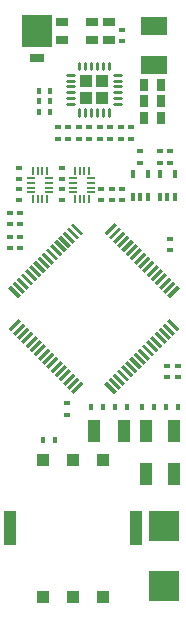
<source format=gbp>
G75*
%MOIN*%
%OFA0B0*%
%FSLAX25Y25*%
%IPPOS*%
%LPD*%
%AMOC8*
5,1,8,0,0,1.08239X$1,22.5*
%
%ADD10R,0.02400X0.01800*%
%ADD11R,0.03937X0.04331*%
%ADD12R,0.03937X0.11811*%
%ADD13R,0.09843X0.10039*%
%ADD14R,0.01181X0.02953*%
%ADD15R,0.01800X0.02400*%
%ADD16R,0.02559X0.00787*%
%ADD17R,0.00787X0.02559*%
%ADD18R,0.02953X0.00787*%
%ADD19R,0.04331X0.07480*%
%ADD20R,0.01181X0.04724*%
%ADD21C,0.00906*%
%ADD22R,0.04331X0.04331*%
%ADD23R,0.10000X0.10500*%
%ADD24R,0.05000X0.03000*%
%ADD25R,0.09055X0.06496*%
%ADD26R,0.04100X0.02800*%
%ADD27R,0.02800X0.04100*%
D10*
X0344510Y0124600D03*
X0348010Y0124600D03*
X0348010Y0128400D03*
X0344510Y0128400D03*
X0344510Y0132600D03*
X0348010Y0132600D03*
X0348010Y0136400D03*
X0344510Y0136400D03*
X0347510Y0140600D03*
X0347510Y0144400D03*
X0347510Y0147600D03*
X0347510Y0151400D03*
X0362010Y0151400D03*
X0362010Y0147600D03*
X0362010Y0144400D03*
X0362010Y0140600D03*
X0374910Y0140600D03*
X0378410Y0140600D03*
X0381910Y0140600D03*
X0381910Y0144400D03*
X0378410Y0144400D03*
X0374910Y0144400D03*
X0388010Y0153100D03*
X0394510Y0153100D03*
X0398010Y0153100D03*
X0398010Y0156900D03*
X0394510Y0156900D03*
X0388010Y0156900D03*
X0385010Y0161100D03*
X0381510Y0161100D03*
X0378010Y0161100D03*
X0374510Y0161100D03*
X0371010Y0161100D03*
X0367510Y0161100D03*
X0364010Y0161100D03*
X0360510Y0161100D03*
X0360510Y0164900D03*
X0364010Y0164900D03*
X0367510Y0164900D03*
X0371010Y0164900D03*
X0374510Y0164900D03*
X0378010Y0164900D03*
X0381510Y0164900D03*
X0385010Y0164900D03*
X0382010Y0193600D03*
X0382010Y0197400D03*
X0397810Y0127700D03*
X0397810Y0123900D03*
X0397010Y0085400D03*
X0400510Y0085400D03*
X0400510Y0081600D03*
X0397010Y0081600D03*
X0363510Y0072900D03*
X0363510Y0069100D03*
D11*
X0365510Y0054035D03*
X0375510Y0054035D03*
X0355510Y0054035D03*
X0355510Y0008365D03*
X0365510Y0008365D03*
X0375510Y0008365D03*
D12*
X0344644Y0031200D03*
X0386376Y0031200D03*
D13*
X0396010Y0031841D03*
X0396010Y0011959D03*
D14*
X0397010Y0141760D03*
X0399569Y0141760D03*
X0394451Y0141760D03*
X0390569Y0141760D03*
X0388010Y0141760D03*
X0385451Y0141760D03*
X0385451Y0149240D03*
X0390569Y0149240D03*
X0394451Y0149240D03*
X0399569Y0149240D03*
D15*
X0357910Y0170000D03*
X0357910Y0173500D03*
X0354110Y0173500D03*
X0354110Y0170000D03*
X0354110Y0177000D03*
X0357910Y0177000D03*
X0371610Y0071500D03*
X0375410Y0071500D03*
X0379610Y0071500D03*
X0383410Y0071500D03*
X0388610Y0071500D03*
X0392410Y0071500D03*
X0396610Y0071500D03*
X0400410Y0071500D03*
X0359410Y0060500D03*
X0355610Y0060500D03*
D16*
X0357581Y0143138D03*
X0357581Y0144713D03*
X0357581Y0146287D03*
X0357581Y0147862D03*
X0351439Y0146287D03*
X0351439Y0144713D03*
X0351439Y0143138D03*
X0365439Y0143138D03*
X0365439Y0144713D03*
X0365439Y0146287D03*
X0371581Y0146287D03*
X0371581Y0144713D03*
X0371581Y0143138D03*
X0371581Y0147862D03*
D17*
X0370872Y0150146D03*
X0369297Y0150146D03*
X0367722Y0150146D03*
X0366148Y0150146D03*
X0356872Y0150146D03*
X0355297Y0150146D03*
X0353722Y0150146D03*
X0352148Y0150146D03*
X0352148Y0140854D03*
X0353722Y0140854D03*
X0355297Y0140854D03*
X0356872Y0140854D03*
X0366148Y0140854D03*
X0367722Y0140854D03*
X0369297Y0140854D03*
X0370872Y0140854D03*
D18*
X0365636Y0147862D03*
X0351636Y0147862D03*
D19*
X0372589Y0063500D03*
X0382431Y0063500D03*
X0389982Y0063783D03*
X0399037Y0063783D03*
X0399037Y0049217D03*
X0389982Y0049217D03*
D20*
G36*
X0375991Y0079305D02*
X0376826Y0080140D01*
X0380165Y0076801D01*
X0379330Y0075966D01*
X0375991Y0079305D01*
G37*
G36*
X0377383Y0080697D02*
X0378218Y0081532D01*
X0381557Y0078193D01*
X0380722Y0077358D01*
X0377383Y0080697D01*
G37*
G36*
X0378775Y0082089D02*
X0379610Y0082924D01*
X0382949Y0079585D01*
X0382114Y0078750D01*
X0378775Y0082089D01*
G37*
G36*
X0380166Y0083481D02*
X0381001Y0084316D01*
X0384340Y0080977D01*
X0383505Y0080142D01*
X0380166Y0083481D01*
G37*
G36*
X0381558Y0084873D02*
X0382393Y0085708D01*
X0385732Y0082369D01*
X0384897Y0081534D01*
X0381558Y0084873D01*
G37*
G36*
X0382950Y0086265D02*
X0383785Y0087100D01*
X0387124Y0083761D01*
X0386289Y0082926D01*
X0382950Y0086265D01*
G37*
G36*
X0384342Y0087657D02*
X0385177Y0088492D01*
X0388516Y0085153D01*
X0387681Y0084318D01*
X0384342Y0087657D01*
G37*
G36*
X0385734Y0089049D02*
X0386569Y0089884D01*
X0389908Y0086545D01*
X0389073Y0085710D01*
X0385734Y0089049D01*
G37*
G36*
X0387126Y0090441D02*
X0387961Y0091276D01*
X0391300Y0087937D01*
X0390465Y0087102D01*
X0387126Y0090441D01*
G37*
G36*
X0388518Y0091833D02*
X0389353Y0092668D01*
X0392692Y0089329D01*
X0391857Y0088494D01*
X0388518Y0091833D01*
G37*
G36*
X0389910Y0093225D02*
X0390745Y0094060D01*
X0394084Y0090721D01*
X0393249Y0089886D01*
X0389910Y0093225D01*
G37*
G36*
X0391302Y0094616D02*
X0392137Y0095451D01*
X0395476Y0092112D01*
X0394641Y0091277D01*
X0391302Y0094616D01*
G37*
G36*
X0392694Y0096008D02*
X0393529Y0096843D01*
X0396868Y0093504D01*
X0396033Y0092669D01*
X0392694Y0096008D01*
G37*
G36*
X0394086Y0097400D02*
X0394921Y0098235D01*
X0398260Y0094896D01*
X0397425Y0094061D01*
X0394086Y0097400D01*
G37*
G36*
X0395478Y0098792D02*
X0396313Y0099627D01*
X0399652Y0096288D01*
X0398817Y0095453D01*
X0395478Y0098792D01*
G37*
G36*
X0396870Y0100184D02*
X0397705Y0101019D01*
X0401044Y0097680D01*
X0400209Y0096845D01*
X0396870Y0100184D01*
G37*
G36*
X0397705Y0107981D02*
X0396870Y0108816D01*
X0400209Y0112155D01*
X0401044Y0111320D01*
X0397705Y0107981D01*
G37*
G36*
X0398817Y0113547D02*
X0399652Y0112712D01*
X0396313Y0109373D01*
X0395478Y0110208D01*
X0398817Y0113547D01*
G37*
G36*
X0397425Y0114939D02*
X0398260Y0114104D01*
X0394921Y0110765D01*
X0394086Y0111600D01*
X0397425Y0114939D01*
G37*
G36*
X0396033Y0116331D02*
X0396868Y0115496D01*
X0393529Y0112157D01*
X0392694Y0112992D01*
X0396033Y0116331D01*
G37*
G36*
X0394641Y0117723D02*
X0395476Y0116888D01*
X0392137Y0113549D01*
X0391302Y0114384D01*
X0394641Y0117723D01*
G37*
G36*
X0393249Y0119114D02*
X0394084Y0118279D01*
X0390745Y0114940D01*
X0389910Y0115775D01*
X0393249Y0119114D01*
G37*
G36*
X0391857Y0120506D02*
X0392692Y0119671D01*
X0389353Y0116332D01*
X0388518Y0117167D01*
X0391857Y0120506D01*
G37*
G36*
X0390465Y0121898D02*
X0391300Y0121063D01*
X0387961Y0117724D01*
X0387126Y0118559D01*
X0390465Y0121898D01*
G37*
G36*
X0389073Y0123290D02*
X0389908Y0122455D01*
X0386569Y0119116D01*
X0385734Y0119951D01*
X0389073Y0123290D01*
G37*
G36*
X0387681Y0124682D02*
X0388516Y0123847D01*
X0385177Y0120508D01*
X0384342Y0121343D01*
X0387681Y0124682D01*
G37*
G36*
X0386289Y0126074D02*
X0387124Y0125239D01*
X0383785Y0121900D01*
X0382950Y0122735D01*
X0386289Y0126074D01*
G37*
G36*
X0384897Y0127466D02*
X0385732Y0126631D01*
X0382393Y0123292D01*
X0381558Y0124127D01*
X0384897Y0127466D01*
G37*
G36*
X0383505Y0128858D02*
X0384340Y0128023D01*
X0381001Y0124684D01*
X0380166Y0125519D01*
X0383505Y0128858D01*
G37*
G36*
X0382114Y0130250D02*
X0382949Y0129415D01*
X0379610Y0126076D01*
X0378775Y0126911D01*
X0382114Y0130250D01*
G37*
G36*
X0380722Y0131642D02*
X0381557Y0130807D01*
X0378218Y0127468D01*
X0377383Y0128303D01*
X0380722Y0131642D01*
G37*
G36*
X0379330Y0133034D02*
X0380165Y0132199D01*
X0376826Y0128860D01*
X0375991Y0129695D01*
X0379330Y0133034D01*
G37*
G36*
X0369029Y0129695D02*
X0368194Y0128860D01*
X0364855Y0132199D01*
X0365690Y0133034D01*
X0369029Y0129695D01*
G37*
G36*
X0367637Y0128303D02*
X0366802Y0127468D01*
X0363463Y0130807D01*
X0364298Y0131642D01*
X0367637Y0128303D01*
G37*
G36*
X0366245Y0126911D02*
X0365410Y0126076D01*
X0362071Y0129415D01*
X0362906Y0130250D01*
X0366245Y0126911D01*
G37*
G36*
X0364853Y0125519D02*
X0364018Y0124684D01*
X0360679Y0128023D01*
X0361514Y0128858D01*
X0364853Y0125519D01*
G37*
G36*
X0363461Y0124127D02*
X0362626Y0123292D01*
X0359287Y0126631D01*
X0360122Y0127466D01*
X0363461Y0124127D01*
G37*
G36*
X0362069Y0122735D02*
X0361234Y0121900D01*
X0357895Y0125239D01*
X0358730Y0126074D01*
X0362069Y0122735D01*
G37*
G36*
X0360677Y0121343D02*
X0359842Y0120508D01*
X0356503Y0123847D01*
X0357338Y0124682D01*
X0360677Y0121343D01*
G37*
G36*
X0359286Y0119951D02*
X0358451Y0119116D01*
X0355112Y0122455D01*
X0355947Y0123290D01*
X0359286Y0119951D01*
G37*
G36*
X0357894Y0118559D02*
X0357059Y0117724D01*
X0353720Y0121063D01*
X0354555Y0121898D01*
X0357894Y0118559D01*
G37*
G36*
X0356502Y0117167D02*
X0355667Y0116332D01*
X0352328Y0119671D01*
X0353163Y0120506D01*
X0356502Y0117167D01*
G37*
G36*
X0355110Y0115775D02*
X0354275Y0114940D01*
X0350936Y0118279D01*
X0351771Y0119114D01*
X0355110Y0115775D01*
G37*
G36*
X0353718Y0114384D02*
X0352883Y0113549D01*
X0349544Y0116888D01*
X0350379Y0117723D01*
X0353718Y0114384D01*
G37*
G36*
X0352326Y0112992D02*
X0351491Y0112157D01*
X0348152Y0115496D01*
X0348987Y0116331D01*
X0352326Y0112992D01*
G37*
G36*
X0350934Y0111600D02*
X0350099Y0110765D01*
X0346760Y0114104D01*
X0347595Y0114939D01*
X0350934Y0111600D01*
G37*
G36*
X0349542Y0110208D02*
X0348707Y0109373D01*
X0345368Y0112712D01*
X0346203Y0113547D01*
X0349542Y0110208D01*
G37*
G36*
X0348150Y0108816D02*
X0347315Y0107981D01*
X0343976Y0111320D01*
X0344811Y0112155D01*
X0348150Y0108816D01*
G37*
G36*
X0347315Y0101019D02*
X0348150Y0100184D01*
X0344811Y0096845D01*
X0343976Y0097680D01*
X0347315Y0101019D01*
G37*
G36*
X0348707Y0099627D02*
X0349542Y0098792D01*
X0346203Y0095453D01*
X0345368Y0096288D01*
X0348707Y0099627D01*
G37*
G36*
X0350099Y0098235D02*
X0350934Y0097400D01*
X0347595Y0094061D01*
X0346760Y0094896D01*
X0350099Y0098235D01*
G37*
G36*
X0351491Y0096843D02*
X0352326Y0096008D01*
X0348987Y0092669D01*
X0348152Y0093504D01*
X0351491Y0096843D01*
G37*
G36*
X0352883Y0095451D02*
X0353718Y0094616D01*
X0350379Y0091277D01*
X0349544Y0092112D01*
X0352883Y0095451D01*
G37*
G36*
X0354275Y0094060D02*
X0355110Y0093225D01*
X0351771Y0089886D01*
X0350936Y0090721D01*
X0354275Y0094060D01*
G37*
G36*
X0355667Y0092668D02*
X0356502Y0091833D01*
X0353163Y0088494D01*
X0352328Y0089329D01*
X0355667Y0092668D01*
G37*
G36*
X0357059Y0091276D02*
X0357894Y0090441D01*
X0354555Y0087102D01*
X0353720Y0087937D01*
X0357059Y0091276D01*
G37*
G36*
X0358451Y0089884D02*
X0359286Y0089049D01*
X0355947Y0085710D01*
X0355112Y0086545D01*
X0358451Y0089884D01*
G37*
G36*
X0359842Y0088492D02*
X0360677Y0087657D01*
X0357338Y0084318D01*
X0356503Y0085153D01*
X0359842Y0088492D01*
G37*
G36*
X0361234Y0087100D02*
X0362069Y0086265D01*
X0358730Y0082926D01*
X0357895Y0083761D01*
X0361234Y0087100D01*
G37*
G36*
X0362626Y0085708D02*
X0363461Y0084873D01*
X0360122Y0081534D01*
X0359287Y0082369D01*
X0362626Y0085708D01*
G37*
G36*
X0364018Y0084316D02*
X0364853Y0083481D01*
X0361514Y0080142D01*
X0360679Y0080977D01*
X0364018Y0084316D01*
G37*
G36*
X0365410Y0082924D02*
X0366245Y0082089D01*
X0362906Y0078750D01*
X0362071Y0079585D01*
X0365410Y0082924D01*
G37*
G36*
X0366802Y0081532D02*
X0367637Y0080697D01*
X0364298Y0077358D01*
X0363463Y0078193D01*
X0366802Y0081532D01*
G37*
G36*
X0368194Y0080140D02*
X0369029Y0079305D01*
X0365690Y0075966D01*
X0364855Y0076801D01*
X0368194Y0080140D01*
G37*
D21*
X0367589Y0168642D02*
X0367589Y0170807D01*
X0369557Y0170807D02*
X0369557Y0168642D01*
X0371526Y0168642D02*
X0371526Y0170807D01*
X0373494Y0170807D02*
X0373494Y0168642D01*
X0375463Y0168642D02*
X0375463Y0170807D01*
X0377431Y0170807D02*
X0377431Y0168642D01*
X0379203Y0172579D02*
X0381368Y0172579D01*
X0381368Y0174547D02*
X0379203Y0174547D01*
X0379203Y0176516D02*
X0381368Y0176516D01*
X0381368Y0178484D02*
X0379203Y0178484D01*
X0379203Y0180453D02*
X0381368Y0180453D01*
X0381368Y0182421D02*
X0379203Y0182421D01*
X0377431Y0184193D02*
X0377431Y0186358D01*
X0375463Y0186358D02*
X0375463Y0184193D01*
X0373494Y0184193D02*
X0373494Y0186358D01*
X0371526Y0186358D02*
X0371526Y0184193D01*
X0369557Y0184193D02*
X0369557Y0186358D01*
X0367589Y0186358D02*
X0367589Y0184193D01*
X0365817Y0182421D02*
X0363652Y0182421D01*
X0363652Y0180453D02*
X0365817Y0180453D01*
X0365817Y0178484D02*
X0363652Y0178484D01*
X0363652Y0176516D02*
X0365817Y0176516D01*
X0365817Y0174547D02*
X0363652Y0174547D01*
X0363652Y0172579D02*
X0365817Y0172579D01*
D22*
X0369754Y0174744D03*
X0375266Y0174744D03*
X0375266Y0180256D03*
X0369754Y0180256D03*
D23*
X0353510Y0197100D03*
D24*
X0353510Y0187850D03*
D25*
X0392510Y0185504D03*
X0392510Y0198496D03*
D26*
X0377510Y0199950D03*
X0372010Y0199950D03*
X0361710Y0199950D03*
X0361710Y0194050D03*
X0372010Y0194050D03*
X0377510Y0194050D03*
D27*
X0389060Y0179000D03*
X0394960Y0179000D03*
X0394960Y0173500D03*
X0389060Y0173500D03*
X0389060Y0168000D03*
X0394960Y0168000D03*
M02*

</source>
